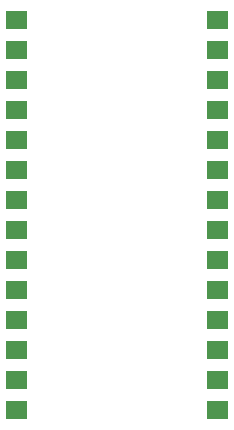
<source format=gbr>
G04 #@! TF.GenerationSoftware,KiCad,Pcbnew,5.1.4-e60b266~84~ubuntu19.04.1*
G04 #@! TF.CreationDate,2019-10-28T00:32:40-04:00*
G04 #@! TF.ProjectId,pcb2molex8878_max,70636232-6d6f-46c6-9578-383837385f6d,rev?*
G04 #@! TF.SameCoordinates,Original*
G04 #@! TF.FileFunction,Copper,L2,Bot*
G04 #@! TF.FilePolarity,Positive*
%FSLAX46Y46*%
G04 Gerber Fmt 4.6, Leading zero omitted, Abs format (unit mm)*
G04 Created by KiCad (PCBNEW 5.1.4-e60b266~84~ubuntu19.04.1) date 2019-10-28 00:32:40*
%MOMM*%
%LPD*%
G04 APERTURE LIST*
%ADD10C,0.050800*%
%ADD11C,1.600000*%
G04 APERTURE END LIST*
D10*
G36*
X156474083Y-81877770D02*
G01*
X156489614Y-81880074D01*
X156504846Y-81883890D01*
X156519629Y-81889179D01*
X156533823Y-81895893D01*
X156547291Y-81903965D01*
X156559903Y-81913318D01*
X156571537Y-81923863D01*
X156582082Y-81935497D01*
X156591435Y-81948109D01*
X156599507Y-81961577D01*
X156606221Y-81975771D01*
X156611510Y-81990554D01*
X156615326Y-82005786D01*
X156617630Y-82021317D01*
X156618400Y-82037000D01*
X156618400Y-83317000D01*
X156617630Y-83332683D01*
X156615326Y-83348214D01*
X156611510Y-83363446D01*
X156606221Y-83378229D01*
X156599507Y-83392423D01*
X156591435Y-83405891D01*
X156582082Y-83418503D01*
X156571537Y-83430137D01*
X156559903Y-83440682D01*
X156547291Y-83450035D01*
X156533823Y-83458107D01*
X156519629Y-83464821D01*
X156504846Y-83470110D01*
X156489614Y-83473926D01*
X156474083Y-83476230D01*
X156458400Y-83477000D01*
X154978400Y-83477000D01*
X154962717Y-83476230D01*
X154947186Y-83473926D01*
X154931954Y-83470110D01*
X154917171Y-83464821D01*
X154902977Y-83458107D01*
X154889509Y-83450035D01*
X154876897Y-83440682D01*
X154865263Y-83430137D01*
X154854718Y-83418503D01*
X154845365Y-83405891D01*
X154837293Y-83392423D01*
X154830579Y-83378229D01*
X154825290Y-83363446D01*
X154821474Y-83348214D01*
X154819170Y-83332683D01*
X154818400Y-83317000D01*
X154818400Y-82037000D01*
X154819170Y-82021317D01*
X154821474Y-82005786D01*
X154825290Y-81990554D01*
X154830579Y-81975771D01*
X154837293Y-81961577D01*
X154845365Y-81948109D01*
X154854718Y-81935497D01*
X154865263Y-81923863D01*
X154876897Y-81913318D01*
X154889509Y-81903965D01*
X154902977Y-81895893D01*
X154917171Y-81889179D01*
X154931954Y-81883890D01*
X154947186Y-81880074D01*
X154962717Y-81877770D01*
X154978400Y-81877000D01*
X156458400Y-81877000D01*
X156474083Y-81877770D01*
X156474083Y-81877770D01*
G37*
D11*
X155718400Y-82677000D03*
D10*
G36*
X139474083Y-114897770D02*
G01*
X139489614Y-114900074D01*
X139504846Y-114903890D01*
X139519629Y-114909179D01*
X139533823Y-114915893D01*
X139547291Y-114923965D01*
X139559903Y-114933318D01*
X139571537Y-114943863D01*
X139582082Y-114955497D01*
X139591435Y-114968109D01*
X139599507Y-114981577D01*
X139606221Y-114995771D01*
X139611510Y-115010554D01*
X139615326Y-115025786D01*
X139617630Y-115041317D01*
X139618400Y-115057000D01*
X139618400Y-116337000D01*
X139617630Y-116352683D01*
X139615326Y-116368214D01*
X139611510Y-116383446D01*
X139606221Y-116398229D01*
X139599507Y-116412423D01*
X139591435Y-116425891D01*
X139582082Y-116438503D01*
X139571537Y-116450137D01*
X139559903Y-116460682D01*
X139547291Y-116470035D01*
X139533823Y-116478107D01*
X139519629Y-116484821D01*
X139504846Y-116490110D01*
X139489614Y-116493926D01*
X139474083Y-116496230D01*
X139458400Y-116497000D01*
X137978400Y-116497000D01*
X137962717Y-116496230D01*
X137947186Y-116493926D01*
X137931954Y-116490110D01*
X137917171Y-116484821D01*
X137902977Y-116478107D01*
X137889509Y-116470035D01*
X137876897Y-116460682D01*
X137865263Y-116450137D01*
X137854718Y-116438503D01*
X137845365Y-116425891D01*
X137837293Y-116412423D01*
X137830579Y-116398229D01*
X137825290Y-116383446D01*
X137821474Y-116368214D01*
X137819170Y-116352683D01*
X137818400Y-116337000D01*
X137818400Y-115057000D01*
X137819170Y-115041317D01*
X137821474Y-115025786D01*
X137825290Y-115010554D01*
X137830579Y-114995771D01*
X137837293Y-114981577D01*
X137845365Y-114968109D01*
X137854718Y-114955497D01*
X137865263Y-114943863D01*
X137876897Y-114933318D01*
X137889509Y-114923965D01*
X137902977Y-114915893D01*
X137917171Y-114909179D01*
X137931954Y-114903890D01*
X137947186Y-114900074D01*
X137962717Y-114897770D01*
X137978400Y-114897000D01*
X139458400Y-114897000D01*
X139474083Y-114897770D01*
X139474083Y-114897770D01*
G37*
D11*
X138718400Y-115697000D03*
D10*
G36*
X156474083Y-84417770D02*
G01*
X156489614Y-84420074D01*
X156504846Y-84423890D01*
X156519629Y-84429179D01*
X156533823Y-84435893D01*
X156547291Y-84443965D01*
X156559903Y-84453318D01*
X156571537Y-84463863D01*
X156582082Y-84475497D01*
X156591435Y-84488109D01*
X156599507Y-84501577D01*
X156606221Y-84515771D01*
X156611510Y-84530554D01*
X156615326Y-84545786D01*
X156617630Y-84561317D01*
X156618400Y-84577000D01*
X156618400Y-85857000D01*
X156617630Y-85872683D01*
X156615326Y-85888214D01*
X156611510Y-85903446D01*
X156606221Y-85918229D01*
X156599507Y-85932423D01*
X156591435Y-85945891D01*
X156582082Y-85958503D01*
X156571537Y-85970137D01*
X156559903Y-85980682D01*
X156547291Y-85990035D01*
X156533823Y-85998107D01*
X156519629Y-86004821D01*
X156504846Y-86010110D01*
X156489614Y-86013926D01*
X156474083Y-86016230D01*
X156458400Y-86017000D01*
X154978400Y-86017000D01*
X154962717Y-86016230D01*
X154947186Y-86013926D01*
X154931954Y-86010110D01*
X154917171Y-86004821D01*
X154902977Y-85998107D01*
X154889509Y-85990035D01*
X154876897Y-85980682D01*
X154865263Y-85970137D01*
X154854718Y-85958503D01*
X154845365Y-85945891D01*
X154837293Y-85932423D01*
X154830579Y-85918229D01*
X154825290Y-85903446D01*
X154821474Y-85888214D01*
X154819170Y-85872683D01*
X154818400Y-85857000D01*
X154818400Y-84577000D01*
X154819170Y-84561317D01*
X154821474Y-84545786D01*
X154825290Y-84530554D01*
X154830579Y-84515771D01*
X154837293Y-84501577D01*
X154845365Y-84488109D01*
X154854718Y-84475497D01*
X154865263Y-84463863D01*
X154876897Y-84453318D01*
X154889509Y-84443965D01*
X154902977Y-84435893D01*
X154917171Y-84429179D01*
X154931954Y-84423890D01*
X154947186Y-84420074D01*
X154962717Y-84417770D01*
X154978400Y-84417000D01*
X156458400Y-84417000D01*
X156474083Y-84417770D01*
X156474083Y-84417770D01*
G37*
D11*
X155718400Y-85217000D03*
D10*
G36*
X139474083Y-112357770D02*
G01*
X139489614Y-112360074D01*
X139504846Y-112363890D01*
X139519629Y-112369179D01*
X139533823Y-112375893D01*
X139547291Y-112383965D01*
X139559903Y-112393318D01*
X139571537Y-112403863D01*
X139582082Y-112415497D01*
X139591435Y-112428109D01*
X139599507Y-112441577D01*
X139606221Y-112455771D01*
X139611510Y-112470554D01*
X139615326Y-112485786D01*
X139617630Y-112501317D01*
X139618400Y-112517000D01*
X139618400Y-113797000D01*
X139617630Y-113812683D01*
X139615326Y-113828214D01*
X139611510Y-113843446D01*
X139606221Y-113858229D01*
X139599507Y-113872423D01*
X139591435Y-113885891D01*
X139582082Y-113898503D01*
X139571537Y-113910137D01*
X139559903Y-113920682D01*
X139547291Y-113930035D01*
X139533823Y-113938107D01*
X139519629Y-113944821D01*
X139504846Y-113950110D01*
X139489614Y-113953926D01*
X139474083Y-113956230D01*
X139458400Y-113957000D01*
X137978400Y-113957000D01*
X137962717Y-113956230D01*
X137947186Y-113953926D01*
X137931954Y-113950110D01*
X137917171Y-113944821D01*
X137902977Y-113938107D01*
X137889509Y-113930035D01*
X137876897Y-113920682D01*
X137865263Y-113910137D01*
X137854718Y-113898503D01*
X137845365Y-113885891D01*
X137837293Y-113872423D01*
X137830579Y-113858229D01*
X137825290Y-113843446D01*
X137821474Y-113828214D01*
X137819170Y-113812683D01*
X137818400Y-113797000D01*
X137818400Y-112517000D01*
X137819170Y-112501317D01*
X137821474Y-112485786D01*
X137825290Y-112470554D01*
X137830579Y-112455771D01*
X137837293Y-112441577D01*
X137845365Y-112428109D01*
X137854718Y-112415497D01*
X137865263Y-112403863D01*
X137876897Y-112393318D01*
X137889509Y-112383965D01*
X137902977Y-112375893D01*
X137917171Y-112369179D01*
X137931954Y-112363890D01*
X137947186Y-112360074D01*
X137962717Y-112357770D01*
X137978400Y-112357000D01*
X139458400Y-112357000D01*
X139474083Y-112357770D01*
X139474083Y-112357770D01*
G37*
D11*
X138718400Y-113157000D03*
D10*
G36*
X156474083Y-86957770D02*
G01*
X156489614Y-86960074D01*
X156504846Y-86963890D01*
X156519629Y-86969179D01*
X156533823Y-86975893D01*
X156547291Y-86983965D01*
X156559903Y-86993318D01*
X156571537Y-87003863D01*
X156582082Y-87015497D01*
X156591435Y-87028109D01*
X156599507Y-87041577D01*
X156606221Y-87055771D01*
X156611510Y-87070554D01*
X156615326Y-87085786D01*
X156617630Y-87101317D01*
X156618400Y-87117000D01*
X156618400Y-88397000D01*
X156617630Y-88412683D01*
X156615326Y-88428214D01*
X156611510Y-88443446D01*
X156606221Y-88458229D01*
X156599507Y-88472423D01*
X156591435Y-88485891D01*
X156582082Y-88498503D01*
X156571537Y-88510137D01*
X156559903Y-88520682D01*
X156547291Y-88530035D01*
X156533823Y-88538107D01*
X156519629Y-88544821D01*
X156504846Y-88550110D01*
X156489614Y-88553926D01*
X156474083Y-88556230D01*
X156458400Y-88557000D01*
X154978400Y-88557000D01*
X154962717Y-88556230D01*
X154947186Y-88553926D01*
X154931954Y-88550110D01*
X154917171Y-88544821D01*
X154902977Y-88538107D01*
X154889509Y-88530035D01*
X154876897Y-88520682D01*
X154865263Y-88510137D01*
X154854718Y-88498503D01*
X154845365Y-88485891D01*
X154837293Y-88472423D01*
X154830579Y-88458229D01*
X154825290Y-88443446D01*
X154821474Y-88428214D01*
X154819170Y-88412683D01*
X154818400Y-88397000D01*
X154818400Y-87117000D01*
X154819170Y-87101317D01*
X154821474Y-87085786D01*
X154825290Y-87070554D01*
X154830579Y-87055771D01*
X154837293Y-87041577D01*
X154845365Y-87028109D01*
X154854718Y-87015497D01*
X154865263Y-87003863D01*
X154876897Y-86993318D01*
X154889509Y-86983965D01*
X154902977Y-86975893D01*
X154917171Y-86969179D01*
X154931954Y-86963890D01*
X154947186Y-86960074D01*
X154962717Y-86957770D01*
X154978400Y-86957000D01*
X156458400Y-86957000D01*
X156474083Y-86957770D01*
X156474083Y-86957770D01*
G37*
D11*
X155718400Y-87757000D03*
D10*
G36*
X139474083Y-109817770D02*
G01*
X139489614Y-109820074D01*
X139504846Y-109823890D01*
X139519629Y-109829179D01*
X139533823Y-109835893D01*
X139547291Y-109843965D01*
X139559903Y-109853318D01*
X139571537Y-109863863D01*
X139582082Y-109875497D01*
X139591435Y-109888109D01*
X139599507Y-109901577D01*
X139606221Y-109915771D01*
X139611510Y-109930554D01*
X139615326Y-109945786D01*
X139617630Y-109961317D01*
X139618400Y-109977000D01*
X139618400Y-111257000D01*
X139617630Y-111272683D01*
X139615326Y-111288214D01*
X139611510Y-111303446D01*
X139606221Y-111318229D01*
X139599507Y-111332423D01*
X139591435Y-111345891D01*
X139582082Y-111358503D01*
X139571537Y-111370137D01*
X139559903Y-111380682D01*
X139547291Y-111390035D01*
X139533823Y-111398107D01*
X139519629Y-111404821D01*
X139504846Y-111410110D01*
X139489614Y-111413926D01*
X139474083Y-111416230D01*
X139458400Y-111417000D01*
X137978400Y-111417000D01*
X137962717Y-111416230D01*
X137947186Y-111413926D01*
X137931954Y-111410110D01*
X137917171Y-111404821D01*
X137902977Y-111398107D01*
X137889509Y-111390035D01*
X137876897Y-111380682D01*
X137865263Y-111370137D01*
X137854718Y-111358503D01*
X137845365Y-111345891D01*
X137837293Y-111332423D01*
X137830579Y-111318229D01*
X137825290Y-111303446D01*
X137821474Y-111288214D01*
X137819170Y-111272683D01*
X137818400Y-111257000D01*
X137818400Y-109977000D01*
X137819170Y-109961317D01*
X137821474Y-109945786D01*
X137825290Y-109930554D01*
X137830579Y-109915771D01*
X137837293Y-109901577D01*
X137845365Y-109888109D01*
X137854718Y-109875497D01*
X137865263Y-109863863D01*
X137876897Y-109853318D01*
X137889509Y-109843965D01*
X137902977Y-109835893D01*
X137917171Y-109829179D01*
X137931954Y-109823890D01*
X137947186Y-109820074D01*
X137962717Y-109817770D01*
X137978400Y-109817000D01*
X139458400Y-109817000D01*
X139474083Y-109817770D01*
X139474083Y-109817770D01*
G37*
D11*
X138718400Y-110617000D03*
D10*
G36*
X156474083Y-89497770D02*
G01*
X156489614Y-89500074D01*
X156504846Y-89503890D01*
X156519629Y-89509179D01*
X156533823Y-89515893D01*
X156547291Y-89523965D01*
X156559903Y-89533318D01*
X156571537Y-89543863D01*
X156582082Y-89555497D01*
X156591435Y-89568109D01*
X156599507Y-89581577D01*
X156606221Y-89595771D01*
X156611510Y-89610554D01*
X156615326Y-89625786D01*
X156617630Y-89641317D01*
X156618400Y-89657000D01*
X156618400Y-90937000D01*
X156617630Y-90952683D01*
X156615326Y-90968214D01*
X156611510Y-90983446D01*
X156606221Y-90998229D01*
X156599507Y-91012423D01*
X156591435Y-91025891D01*
X156582082Y-91038503D01*
X156571537Y-91050137D01*
X156559903Y-91060682D01*
X156547291Y-91070035D01*
X156533823Y-91078107D01*
X156519629Y-91084821D01*
X156504846Y-91090110D01*
X156489614Y-91093926D01*
X156474083Y-91096230D01*
X156458400Y-91097000D01*
X154978400Y-91097000D01*
X154962717Y-91096230D01*
X154947186Y-91093926D01*
X154931954Y-91090110D01*
X154917171Y-91084821D01*
X154902977Y-91078107D01*
X154889509Y-91070035D01*
X154876897Y-91060682D01*
X154865263Y-91050137D01*
X154854718Y-91038503D01*
X154845365Y-91025891D01*
X154837293Y-91012423D01*
X154830579Y-90998229D01*
X154825290Y-90983446D01*
X154821474Y-90968214D01*
X154819170Y-90952683D01*
X154818400Y-90937000D01*
X154818400Y-89657000D01*
X154819170Y-89641317D01*
X154821474Y-89625786D01*
X154825290Y-89610554D01*
X154830579Y-89595771D01*
X154837293Y-89581577D01*
X154845365Y-89568109D01*
X154854718Y-89555497D01*
X154865263Y-89543863D01*
X154876897Y-89533318D01*
X154889509Y-89523965D01*
X154902977Y-89515893D01*
X154917171Y-89509179D01*
X154931954Y-89503890D01*
X154947186Y-89500074D01*
X154962717Y-89497770D01*
X154978400Y-89497000D01*
X156458400Y-89497000D01*
X156474083Y-89497770D01*
X156474083Y-89497770D01*
G37*
D11*
X155718400Y-90297000D03*
D10*
G36*
X139474083Y-107277770D02*
G01*
X139489614Y-107280074D01*
X139504846Y-107283890D01*
X139519629Y-107289179D01*
X139533823Y-107295893D01*
X139547291Y-107303965D01*
X139559903Y-107313318D01*
X139571537Y-107323863D01*
X139582082Y-107335497D01*
X139591435Y-107348109D01*
X139599507Y-107361577D01*
X139606221Y-107375771D01*
X139611510Y-107390554D01*
X139615326Y-107405786D01*
X139617630Y-107421317D01*
X139618400Y-107437000D01*
X139618400Y-108717000D01*
X139617630Y-108732683D01*
X139615326Y-108748214D01*
X139611510Y-108763446D01*
X139606221Y-108778229D01*
X139599507Y-108792423D01*
X139591435Y-108805891D01*
X139582082Y-108818503D01*
X139571537Y-108830137D01*
X139559903Y-108840682D01*
X139547291Y-108850035D01*
X139533823Y-108858107D01*
X139519629Y-108864821D01*
X139504846Y-108870110D01*
X139489614Y-108873926D01*
X139474083Y-108876230D01*
X139458400Y-108877000D01*
X137978400Y-108877000D01*
X137962717Y-108876230D01*
X137947186Y-108873926D01*
X137931954Y-108870110D01*
X137917171Y-108864821D01*
X137902977Y-108858107D01*
X137889509Y-108850035D01*
X137876897Y-108840682D01*
X137865263Y-108830137D01*
X137854718Y-108818503D01*
X137845365Y-108805891D01*
X137837293Y-108792423D01*
X137830579Y-108778229D01*
X137825290Y-108763446D01*
X137821474Y-108748214D01*
X137819170Y-108732683D01*
X137818400Y-108717000D01*
X137818400Y-107437000D01*
X137819170Y-107421317D01*
X137821474Y-107405786D01*
X137825290Y-107390554D01*
X137830579Y-107375771D01*
X137837293Y-107361577D01*
X137845365Y-107348109D01*
X137854718Y-107335497D01*
X137865263Y-107323863D01*
X137876897Y-107313318D01*
X137889509Y-107303965D01*
X137902977Y-107295893D01*
X137917171Y-107289179D01*
X137931954Y-107283890D01*
X137947186Y-107280074D01*
X137962717Y-107277770D01*
X137978400Y-107277000D01*
X139458400Y-107277000D01*
X139474083Y-107277770D01*
X139474083Y-107277770D01*
G37*
D11*
X138718400Y-108077000D03*
D10*
G36*
X156474083Y-92037770D02*
G01*
X156489614Y-92040074D01*
X156504846Y-92043890D01*
X156519629Y-92049179D01*
X156533823Y-92055893D01*
X156547291Y-92063965D01*
X156559903Y-92073318D01*
X156571537Y-92083863D01*
X156582082Y-92095497D01*
X156591435Y-92108109D01*
X156599507Y-92121577D01*
X156606221Y-92135771D01*
X156611510Y-92150554D01*
X156615326Y-92165786D01*
X156617630Y-92181317D01*
X156618400Y-92197000D01*
X156618400Y-93477000D01*
X156617630Y-93492683D01*
X156615326Y-93508214D01*
X156611510Y-93523446D01*
X156606221Y-93538229D01*
X156599507Y-93552423D01*
X156591435Y-93565891D01*
X156582082Y-93578503D01*
X156571537Y-93590137D01*
X156559903Y-93600682D01*
X156547291Y-93610035D01*
X156533823Y-93618107D01*
X156519629Y-93624821D01*
X156504846Y-93630110D01*
X156489614Y-93633926D01*
X156474083Y-93636230D01*
X156458400Y-93637000D01*
X154978400Y-93637000D01*
X154962717Y-93636230D01*
X154947186Y-93633926D01*
X154931954Y-93630110D01*
X154917171Y-93624821D01*
X154902977Y-93618107D01*
X154889509Y-93610035D01*
X154876897Y-93600682D01*
X154865263Y-93590137D01*
X154854718Y-93578503D01*
X154845365Y-93565891D01*
X154837293Y-93552423D01*
X154830579Y-93538229D01*
X154825290Y-93523446D01*
X154821474Y-93508214D01*
X154819170Y-93492683D01*
X154818400Y-93477000D01*
X154818400Y-92197000D01*
X154819170Y-92181317D01*
X154821474Y-92165786D01*
X154825290Y-92150554D01*
X154830579Y-92135771D01*
X154837293Y-92121577D01*
X154845365Y-92108109D01*
X154854718Y-92095497D01*
X154865263Y-92083863D01*
X154876897Y-92073318D01*
X154889509Y-92063965D01*
X154902977Y-92055893D01*
X154917171Y-92049179D01*
X154931954Y-92043890D01*
X154947186Y-92040074D01*
X154962717Y-92037770D01*
X154978400Y-92037000D01*
X156458400Y-92037000D01*
X156474083Y-92037770D01*
X156474083Y-92037770D01*
G37*
D11*
X155718400Y-92837000D03*
D10*
G36*
X139474083Y-104737770D02*
G01*
X139489614Y-104740074D01*
X139504846Y-104743890D01*
X139519629Y-104749179D01*
X139533823Y-104755893D01*
X139547291Y-104763965D01*
X139559903Y-104773318D01*
X139571537Y-104783863D01*
X139582082Y-104795497D01*
X139591435Y-104808109D01*
X139599507Y-104821577D01*
X139606221Y-104835771D01*
X139611510Y-104850554D01*
X139615326Y-104865786D01*
X139617630Y-104881317D01*
X139618400Y-104897000D01*
X139618400Y-106177000D01*
X139617630Y-106192683D01*
X139615326Y-106208214D01*
X139611510Y-106223446D01*
X139606221Y-106238229D01*
X139599507Y-106252423D01*
X139591435Y-106265891D01*
X139582082Y-106278503D01*
X139571537Y-106290137D01*
X139559903Y-106300682D01*
X139547291Y-106310035D01*
X139533823Y-106318107D01*
X139519629Y-106324821D01*
X139504846Y-106330110D01*
X139489614Y-106333926D01*
X139474083Y-106336230D01*
X139458400Y-106337000D01*
X137978400Y-106337000D01*
X137962717Y-106336230D01*
X137947186Y-106333926D01*
X137931954Y-106330110D01*
X137917171Y-106324821D01*
X137902977Y-106318107D01*
X137889509Y-106310035D01*
X137876897Y-106300682D01*
X137865263Y-106290137D01*
X137854718Y-106278503D01*
X137845365Y-106265891D01*
X137837293Y-106252423D01*
X137830579Y-106238229D01*
X137825290Y-106223446D01*
X137821474Y-106208214D01*
X137819170Y-106192683D01*
X137818400Y-106177000D01*
X137818400Y-104897000D01*
X137819170Y-104881317D01*
X137821474Y-104865786D01*
X137825290Y-104850554D01*
X137830579Y-104835771D01*
X137837293Y-104821577D01*
X137845365Y-104808109D01*
X137854718Y-104795497D01*
X137865263Y-104783863D01*
X137876897Y-104773318D01*
X137889509Y-104763965D01*
X137902977Y-104755893D01*
X137917171Y-104749179D01*
X137931954Y-104743890D01*
X137947186Y-104740074D01*
X137962717Y-104737770D01*
X137978400Y-104737000D01*
X139458400Y-104737000D01*
X139474083Y-104737770D01*
X139474083Y-104737770D01*
G37*
D11*
X138718400Y-105537000D03*
D10*
G36*
X156474083Y-94577770D02*
G01*
X156489614Y-94580074D01*
X156504846Y-94583890D01*
X156519629Y-94589179D01*
X156533823Y-94595893D01*
X156547291Y-94603965D01*
X156559903Y-94613318D01*
X156571537Y-94623863D01*
X156582082Y-94635497D01*
X156591435Y-94648109D01*
X156599507Y-94661577D01*
X156606221Y-94675771D01*
X156611510Y-94690554D01*
X156615326Y-94705786D01*
X156617630Y-94721317D01*
X156618400Y-94737000D01*
X156618400Y-96017000D01*
X156617630Y-96032683D01*
X156615326Y-96048214D01*
X156611510Y-96063446D01*
X156606221Y-96078229D01*
X156599507Y-96092423D01*
X156591435Y-96105891D01*
X156582082Y-96118503D01*
X156571537Y-96130137D01*
X156559903Y-96140682D01*
X156547291Y-96150035D01*
X156533823Y-96158107D01*
X156519629Y-96164821D01*
X156504846Y-96170110D01*
X156489614Y-96173926D01*
X156474083Y-96176230D01*
X156458400Y-96177000D01*
X154978400Y-96177000D01*
X154962717Y-96176230D01*
X154947186Y-96173926D01*
X154931954Y-96170110D01*
X154917171Y-96164821D01*
X154902977Y-96158107D01*
X154889509Y-96150035D01*
X154876897Y-96140682D01*
X154865263Y-96130137D01*
X154854718Y-96118503D01*
X154845365Y-96105891D01*
X154837293Y-96092423D01*
X154830579Y-96078229D01*
X154825290Y-96063446D01*
X154821474Y-96048214D01*
X154819170Y-96032683D01*
X154818400Y-96017000D01*
X154818400Y-94737000D01*
X154819170Y-94721317D01*
X154821474Y-94705786D01*
X154825290Y-94690554D01*
X154830579Y-94675771D01*
X154837293Y-94661577D01*
X154845365Y-94648109D01*
X154854718Y-94635497D01*
X154865263Y-94623863D01*
X154876897Y-94613318D01*
X154889509Y-94603965D01*
X154902977Y-94595893D01*
X154917171Y-94589179D01*
X154931954Y-94583890D01*
X154947186Y-94580074D01*
X154962717Y-94577770D01*
X154978400Y-94577000D01*
X156458400Y-94577000D01*
X156474083Y-94577770D01*
X156474083Y-94577770D01*
G37*
D11*
X155718400Y-95377000D03*
D10*
G36*
X139474083Y-102197770D02*
G01*
X139489614Y-102200074D01*
X139504846Y-102203890D01*
X139519629Y-102209179D01*
X139533823Y-102215893D01*
X139547291Y-102223965D01*
X139559903Y-102233318D01*
X139571537Y-102243863D01*
X139582082Y-102255497D01*
X139591435Y-102268109D01*
X139599507Y-102281577D01*
X139606221Y-102295771D01*
X139611510Y-102310554D01*
X139615326Y-102325786D01*
X139617630Y-102341317D01*
X139618400Y-102357000D01*
X139618400Y-103637000D01*
X139617630Y-103652683D01*
X139615326Y-103668214D01*
X139611510Y-103683446D01*
X139606221Y-103698229D01*
X139599507Y-103712423D01*
X139591435Y-103725891D01*
X139582082Y-103738503D01*
X139571537Y-103750137D01*
X139559903Y-103760682D01*
X139547291Y-103770035D01*
X139533823Y-103778107D01*
X139519629Y-103784821D01*
X139504846Y-103790110D01*
X139489614Y-103793926D01*
X139474083Y-103796230D01*
X139458400Y-103797000D01*
X137978400Y-103797000D01*
X137962717Y-103796230D01*
X137947186Y-103793926D01*
X137931954Y-103790110D01*
X137917171Y-103784821D01*
X137902977Y-103778107D01*
X137889509Y-103770035D01*
X137876897Y-103760682D01*
X137865263Y-103750137D01*
X137854718Y-103738503D01*
X137845365Y-103725891D01*
X137837293Y-103712423D01*
X137830579Y-103698229D01*
X137825290Y-103683446D01*
X137821474Y-103668214D01*
X137819170Y-103652683D01*
X137818400Y-103637000D01*
X137818400Y-102357000D01*
X137819170Y-102341317D01*
X137821474Y-102325786D01*
X137825290Y-102310554D01*
X137830579Y-102295771D01*
X137837293Y-102281577D01*
X137845365Y-102268109D01*
X137854718Y-102255497D01*
X137865263Y-102243863D01*
X137876897Y-102233318D01*
X137889509Y-102223965D01*
X137902977Y-102215893D01*
X137917171Y-102209179D01*
X137931954Y-102203890D01*
X137947186Y-102200074D01*
X137962717Y-102197770D01*
X137978400Y-102197000D01*
X139458400Y-102197000D01*
X139474083Y-102197770D01*
X139474083Y-102197770D01*
G37*
D11*
X138718400Y-102997000D03*
D10*
G36*
X156474083Y-97117770D02*
G01*
X156489614Y-97120074D01*
X156504846Y-97123890D01*
X156519629Y-97129179D01*
X156533823Y-97135893D01*
X156547291Y-97143965D01*
X156559903Y-97153318D01*
X156571537Y-97163863D01*
X156582082Y-97175497D01*
X156591435Y-97188109D01*
X156599507Y-97201577D01*
X156606221Y-97215771D01*
X156611510Y-97230554D01*
X156615326Y-97245786D01*
X156617630Y-97261317D01*
X156618400Y-97277000D01*
X156618400Y-98557000D01*
X156617630Y-98572683D01*
X156615326Y-98588214D01*
X156611510Y-98603446D01*
X156606221Y-98618229D01*
X156599507Y-98632423D01*
X156591435Y-98645891D01*
X156582082Y-98658503D01*
X156571537Y-98670137D01*
X156559903Y-98680682D01*
X156547291Y-98690035D01*
X156533823Y-98698107D01*
X156519629Y-98704821D01*
X156504846Y-98710110D01*
X156489614Y-98713926D01*
X156474083Y-98716230D01*
X156458400Y-98717000D01*
X154978400Y-98717000D01*
X154962717Y-98716230D01*
X154947186Y-98713926D01*
X154931954Y-98710110D01*
X154917171Y-98704821D01*
X154902977Y-98698107D01*
X154889509Y-98690035D01*
X154876897Y-98680682D01*
X154865263Y-98670137D01*
X154854718Y-98658503D01*
X154845365Y-98645891D01*
X154837293Y-98632423D01*
X154830579Y-98618229D01*
X154825290Y-98603446D01*
X154821474Y-98588214D01*
X154819170Y-98572683D01*
X154818400Y-98557000D01*
X154818400Y-97277000D01*
X154819170Y-97261317D01*
X154821474Y-97245786D01*
X154825290Y-97230554D01*
X154830579Y-97215771D01*
X154837293Y-97201577D01*
X154845365Y-97188109D01*
X154854718Y-97175497D01*
X154865263Y-97163863D01*
X154876897Y-97153318D01*
X154889509Y-97143965D01*
X154902977Y-97135893D01*
X154917171Y-97129179D01*
X154931954Y-97123890D01*
X154947186Y-97120074D01*
X154962717Y-97117770D01*
X154978400Y-97117000D01*
X156458400Y-97117000D01*
X156474083Y-97117770D01*
X156474083Y-97117770D01*
G37*
D11*
X155718400Y-97917000D03*
D10*
G36*
X139474083Y-99657770D02*
G01*
X139489614Y-99660074D01*
X139504846Y-99663890D01*
X139519629Y-99669179D01*
X139533823Y-99675893D01*
X139547291Y-99683965D01*
X139559903Y-99693318D01*
X139571537Y-99703863D01*
X139582082Y-99715497D01*
X139591435Y-99728109D01*
X139599507Y-99741577D01*
X139606221Y-99755771D01*
X139611510Y-99770554D01*
X139615326Y-99785786D01*
X139617630Y-99801317D01*
X139618400Y-99817000D01*
X139618400Y-101097000D01*
X139617630Y-101112683D01*
X139615326Y-101128214D01*
X139611510Y-101143446D01*
X139606221Y-101158229D01*
X139599507Y-101172423D01*
X139591435Y-101185891D01*
X139582082Y-101198503D01*
X139571537Y-101210137D01*
X139559903Y-101220682D01*
X139547291Y-101230035D01*
X139533823Y-101238107D01*
X139519629Y-101244821D01*
X139504846Y-101250110D01*
X139489614Y-101253926D01*
X139474083Y-101256230D01*
X139458400Y-101257000D01*
X137978400Y-101257000D01*
X137962717Y-101256230D01*
X137947186Y-101253926D01*
X137931954Y-101250110D01*
X137917171Y-101244821D01*
X137902977Y-101238107D01*
X137889509Y-101230035D01*
X137876897Y-101220682D01*
X137865263Y-101210137D01*
X137854718Y-101198503D01*
X137845365Y-101185891D01*
X137837293Y-101172423D01*
X137830579Y-101158229D01*
X137825290Y-101143446D01*
X137821474Y-101128214D01*
X137819170Y-101112683D01*
X137818400Y-101097000D01*
X137818400Y-99817000D01*
X137819170Y-99801317D01*
X137821474Y-99785786D01*
X137825290Y-99770554D01*
X137830579Y-99755771D01*
X137837293Y-99741577D01*
X137845365Y-99728109D01*
X137854718Y-99715497D01*
X137865263Y-99703863D01*
X137876897Y-99693318D01*
X137889509Y-99683965D01*
X137902977Y-99675893D01*
X137917171Y-99669179D01*
X137931954Y-99663890D01*
X137947186Y-99660074D01*
X137962717Y-99657770D01*
X137978400Y-99657000D01*
X139458400Y-99657000D01*
X139474083Y-99657770D01*
X139474083Y-99657770D01*
G37*
D11*
X138718400Y-100457000D03*
D10*
G36*
X156474083Y-99657770D02*
G01*
X156489614Y-99660074D01*
X156504846Y-99663890D01*
X156519629Y-99669179D01*
X156533823Y-99675893D01*
X156547291Y-99683965D01*
X156559903Y-99693318D01*
X156571537Y-99703863D01*
X156582082Y-99715497D01*
X156591435Y-99728109D01*
X156599507Y-99741577D01*
X156606221Y-99755771D01*
X156611510Y-99770554D01*
X156615326Y-99785786D01*
X156617630Y-99801317D01*
X156618400Y-99817000D01*
X156618400Y-101097000D01*
X156617630Y-101112683D01*
X156615326Y-101128214D01*
X156611510Y-101143446D01*
X156606221Y-101158229D01*
X156599507Y-101172423D01*
X156591435Y-101185891D01*
X156582082Y-101198503D01*
X156571537Y-101210137D01*
X156559903Y-101220682D01*
X156547291Y-101230035D01*
X156533823Y-101238107D01*
X156519629Y-101244821D01*
X156504846Y-101250110D01*
X156489614Y-101253926D01*
X156474083Y-101256230D01*
X156458400Y-101257000D01*
X154978400Y-101257000D01*
X154962717Y-101256230D01*
X154947186Y-101253926D01*
X154931954Y-101250110D01*
X154917171Y-101244821D01*
X154902977Y-101238107D01*
X154889509Y-101230035D01*
X154876897Y-101220682D01*
X154865263Y-101210137D01*
X154854718Y-101198503D01*
X154845365Y-101185891D01*
X154837293Y-101172423D01*
X154830579Y-101158229D01*
X154825290Y-101143446D01*
X154821474Y-101128214D01*
X154819170Y-101112683D01*
X154818400Y-101097000D01*
X154818400Y-99817000D01*
X154819170Y-99801317D01*
X154821474Y-99785786D01*
X154825290Y-99770554D01*
X154830579Y-99755771D01*
X154837293Y-99741577D01*
X154845365Y-99728109D01*
X154854718Y-99715497D01*
X154865263Y-99703863D01*
X154876897Y-99693318D01*
X154889509Y-99683965D01*
X154902977Y-99675893D01*
X154917171Y-99669179D01*
X154931954Y-99663890D01*
X154947186Y-99660074D01*
X154962717Y-99657770D01*
X154978400Y-99657000D01*
X156458400Y-99657000D01*
X156474083Y-99657770D01*
X156474083Y-99657770D01*
G37*
D11*
X155718400Y-100457000D03*
D10*
G36*
X139474083Y-97117770D02*
G01*
X139489614Y-97120074D01*
X139504846Y-97123890D01*
X139519629Y-97129179D01*
X139533823Y-97135893D01*
X139547291Y-97143965D01*
X139559903Y-97153318D01*
X139571537Y-97163863D01*
X139582082Y-97175497D01*
X139591435Y-97188109D01*
X139599507Y-97201577D01*
X139606221Y-97215771D01*
X139611510Y-97230554D01*
X139615326Y-97245786D01*
X139617630Y-97261317D01*
X139618400Y-97277000D01*
X139618400Y-98557000D01*
X139617630Y-98572683D01*
X139615326Y-98588214D01*
X139611510Y-98603446D01*
X139606221Y-98618229D01*
X139599507Y-98632423D01*
X139591435Y-98645891D01*
X139582082Y-98658503D01*
X139571537Y-98670137D01*
X139559903Y-98680682D01*
X139547291Y-98690035D01*
X139533823Y-98698107D01*
X139519629Y-98704821D01*
X139504846Y-98710110D01*
X139489614Y-98713926D01*
X139474083Y-98716230D01*
X139458400Y-98717000D01*
X137978400Y-98717000D01*
X137962717Y-98716230D01*
X137947186Y-98713926D01*
X137931954Y-98710110D01*
X137917171Y-98704821D01*
X137902977Y-98698107D01*
X137889509Y-98690035D01*
X137876897Y-98680682D01*
X137865263Y-98670137D01*
X137854718Y-98658503D01*
X137845365Y-98645891D01*
X137837293Y-98632423D01*
X137830579Y-98618229D01*
X137825290Y-98603446D01*
X137821474Y-98588214D01*
X137819170Y-98572683D01*
X137818400Y-98557000D01*
X137818400Y-97277000D01*
X137819170Y-97261317D01*
X137821474Y-97245786D01*
X137825290Y-97230554D01*
X137830579Y-97215771D01*
X137837293Y-97201577D01*
X137845365Y-97188109D01*
X137854718Y-97175497D01*
X137865263Y-97163863D01*
X137876897Y-97153318D01*
X137889509Y-97143965D01*
X137902977Y-97135893D01*
X137917171Y-97129179D01*
X137931954Y-97123890D01*
X137947186Y-97120074D01*
X137962717Y-97117770D01*
X137978400Y-97117000D01*
X139458400Y-97117000D01*
X139474083Y-97117770D01*
X139474083Y-97117770D01*
G37*
D11*
X138718400Y-97917000D03*
D10*
G36*
X156474083Y-102197770D02*
G01*
X156489614Y-102200074D01*
X156504846Y-102203890D01*
X156519629Y-102209179D01*
X156533823Y-102215893D01*
X156547291Y-102223965D01*
X156559903Y-102233318D01*
X156571537Y-102243863D01*
X156582082Y-102255497D01*
X156591435Y-102268109D01*
X156599507Y-102281577D01*
X156606221Y-102295771D01*
X156611510Y-102310554D01*
X156615326Y-102325786D01*
X156617630Y-102341317D01*
X156618400Y-102357000D01*
X156618400Y-103637000D01*
X156617630Y-103652683D01*
X156615326Y-103668214D01*
X156611510Y-103683446D01*
X156606221Y-103698229D01*
X156599507Y-103712423D01*
X156591435Y-103725891D01*
X156582082Y-103738503D01*
X156571537Y-103750137D01*
X156559903Y-103760682D01*
X156547291Y-103770035D01*
X156533823Y-103778107D01*
X156519629Y-103784821D01*
X156504846Y-103790110D01*
X156489614Y-103793926D01*
X156474083Y-103796230D01*
X156458400Y-103797000D01*
X154978400Y-103797000D01*
X154962717Y-103796230D01*
X154947186Y-103793926D01*
X154931954Y-103790110D01*
X154917171Y-103784821D01*
X154902977Y-103778107D01*
X154889509Y-103770035D01*
X154876897Y-103760682D01*
X154865263Y-103750137D01*
X154854718Y-103738503D01*
X154845365Y-103725891D01*
X154837293Y-103712423D01*
X154830579Y-103698229D01*
X154825290Y-103683446D01*
X154821474Y-103668214D01*
X154819170Y-103652683D01*
X154818400Y-103637000D01*
X154818400Y-102357000D01*
X154819170Y-102341317D01*
X154821474Y-102325786D01*
X154825290Y-102310554D01*
X154830579Y-102295771D01*
X154837293Y-102281577D01*
X154845365Y-102268109D01*
X154854718Y-102255497D01*
X154865263Y-102243863D01*
X154876897Y-102233318D01*
X154889509Y-102223965D01*
X154902977Y-102215893D01*
X154917171Y-102209179D01*
X154931954Y-102203890D01*
X154947186Y-102200074D01*
X154962717Y-102197770D01*
X154978400Y-102197000D01*
X156458400Y-102197000D01*
X156474083Y-102197770D01*
X156474083Y-102197770D01*
G37*
D11*
X155718400Y-102997000D03*
D10*
G36*
X139474083Y-94577770D02*
G01*
X139489614Y-94580074D01*
X139504846Y-94583890D01*
X139519629Y-94589179D01*
X139533823Y-94595893D01*
X139547291Y-94603965D01*
X139559903Y-94613318D01*
X139571537Y-94623863D01*
X139582082Y-94635497D01*
X139591435Y-94648109D01*
X139599507Y-94661577D01*
X139606221Y-94675771D01*
X139611510Y-94690554D01*
X139615326Y-94705786D01*
X139617630Y-94721317D01*
X139618400Y-94737000D01*
X139618400Y-96017000D01*
X139617630Y-96032683D01*
X139615326Y-96048214D01*
X139611510Y-96063446D01*
X139606221Y-96078229D01*
X139599507Y-96092423D01*
X139591435Y-96105891D01*
X139582082Y-96118503D01*
X139571537Y-96130137D01*
X139559903Y-96140682D01*
X139547291Y-96150035D01*
X139533823Y-96158107D01*
X139519629Y-96164821D01*
X139504846Y-96170110D01*
X139489614Y-96173926D01*
X139474083Y-96176230D01*
X139458400Y-96177000D01*
X137978400Y-96177000D01*
X137962717Y-96176230D01*
X137947186Y-96173926D01*
X137931954Y-96170110D01*
X137917171Y-96164821D01*
X137902977Y-96158107D01*
X137889509Y-96150035D01*
X137876897Y-96140682D01*
X137865263Y-96130137D01*
X137854718Y-96118503D01*
X137845365Y-96105891D01*
X137837293Y-96092423D01*
X137830579Y-96078229D01*
X137825290Y-96063446D01*
X137821474Y-96048214D01*
X137819170Y-96032683D01*
X137818400Y-96017000D01*
X137818400Y-94737000D01*
X137819170Y-94721317D01*
X137821474Y-94705786D01*
X137825290Y-94690554D01*
X137830579Y-94675771D01*
X137837293Y-94661577D01*
X137845365Y-94648109D01*
X137854718Y-94635497D01*
X137865263Y-94623863D01*
X137876897Y-94613318D01*
X137889509Y-94603965D01*
X137902977Y-94595893D01*
X137917171Y-94589179D01*
X137931954Y-94583890D01*
X137947186Y-94580074D01*
X137962717Y-94577770D01*
X137978400Y-94577000D01*
X139458400Y-94577000D01*
X139474083Y-94577770D01*
X139474083Y-94577770D01*
G37*
D11*
X138718400Y-95377000D03*
D10*
G36*
X156474083Y-104737770D02*
G01*
X156489614Y-104740074D01*
X156504846Y-104743890D01*
X156519629Y-104749179D01*
X156533823Y-104755893D01*
X156547291Y-104763965D01*
X156559903Y-104773318D01*
X156571537Y-104783863D01*
X156582082Y-104795497D01*
X156591435Y-104808109D01*
X156599507Y-104821577D01*
X156606221Y-104835771D01*
X156611510Y-104850554D01*
X156615326Y-104865786D01*
X156617630Y-104881317D01*
X156618400Y-104897000D01*
X156618400Y-106177000D01*
X156617630Y-106192683D01*
X156615326Y-106208214D01*
X156611510Y-106223446D01*
X156606221Y-106238229D01*
X156599507Y-106252423D01*
X156591435Y-106265891D01*
X156582082Y-106278503D01*
X156571537Y-106290137D01*
X156559903Y-106300682D01*
X156547291Y-106310035D01*
X156533823Y-106318107D01*
X156519629Y-106324821D01*
X156504846Y-106330110D01*
X156489614Y-106333926D01*
X156474083Y-106336230D01*
X156458400Y-106337000D01*
X154978400Y-106337000D01*
X154962717Y-106336230D01*
X154947186Y-106333926D01*
X154931954Y-106330110D01*
X154917171Y-106324821D01*
X154902977Y-106318107D01*
X154889509Y-106310035D01*
X154876897Y-106300682D01*
X154865263Y-106290137D01*
X154854718Y-106278503D01*
X154845365Y-106265891D01*
X154837293Y-106252423D01*
X154830579Y-106238229D01*
X154825290Y-106223446D01*
X154821474Y-106208214D01*
X154819170Y-106192683D01*
X154818400Y-106177000D01*
X154818400Y-104897000D01*
X154819170Y-104881317D01*
X154821474Y-104865786D01*
X154825290Y-104850554D01*
X154830579Y-104835771D01*
X154837293Y-104821577D01*
X154845365Y-104808109D01*
X154854718Y-104795497D01*
X154865263Y-104783863D01*
X154876897Y-104773318D01*
X154889509Y-104763965D01*
X154902977Y-104755893D01*
X154917171Y-104749179D01*
X154931954Y-104743890D01*
X154947186Y-104740074D01*
X154962717Y-104737770D01*
X154978400Y-104737000D01*
X156458400Y-104737000D01*
X156474083Y-104737770D01*
X156474083Y-104737770D01*
G37*
D11*
X155718400Y-105537000D03*
D10*
G36*
X139474083Y-92037770D02*
G01*
X139489614Y-92040074D01*
X139504846Y-92043890D01*
X139519629Y-92049179D01*
X139533823Y-92055893D01*
X139547291Y-92063965D01*
X139559903Y-92073318D01*
X139571537Y-92083863D01*
X139582082Y-92095497D01*
X139591435Y-92108109D01*
X139599507Y-92121577D01*
X139606221Y-92135771D01*
X139611510Y-92150554D01*
X139615326Y-92165786D01*
X139617630Y-92181317D01*
X139618400Y-92197000D01*
X139618400Y-93477000D01*
X139617630Y-93492683D01*
X139615326Y-93508214D01*
X139611510Y-93523446D01*
X139606221Y-93538229D01*
X139599507Y-93552423D01*
X139591435Y-93565891D01*
X139582082Y-93578503D01*
X139571537Y-93590137D01*
X139559903Y-93600682D01*
X139547291Y-93610035D01*
X139533823Y-93618107D01*
X139519629Y-93624821D01*
X139504846Y-93630110D01*
X139489614Y-93633926D01*
X139474083Y-93636230D01*
X139458400Y-93637000D01*
X137978400Y-93637000D01*
X137962717Y-93636230D01*
X137947186Y-93633926D01*
X137931954Y-93630110D01*
X137917171Y-93624821D01*
X137902977Y-93618107D01*
X137889509Y-93610035D01*
X137876897Y-93600682D01*
X137865263Y-93590137D01*
X137854718Y-93578503D01*
X137845365Y-93565891D01*
X137837293Y-93552423D01*
X137830579Y-93538229D01*
X137825290Y-93523446D01*
X137821474Y-93508214D01*
X137819170Y-93492683D01*
X137818400Y-93477000D01*
X137818400Y-92197000D01*
X137819170Y-92181317D01*
X137821474Y-92165786D01*
X137825290Y-92150554D01*
X137830579Y-92135771D01*
X137837293Y-92121577D01*
X137845365Y-92108109D01*
X137854718Y-92095497D01*
X137865263Y-92083863D01*
X137876897Y-92073318D01*
X137889509Y-92063965D01*
X137902977Y-92055893D01*
X137917171Y-92049179D01*
X137931954Y-92043890D01*
X137947186Y-92040074D01*
X137962717Y-92037770D01*
X137978400Y-92037000D01*
X139458400Y-92037000D01*
X139474083Y-92037770D01*
X139474083Y-92037770D01*
G37*
D11*
X138718400Y-92837000D03*
D10*
G36*
X156474083Y-107277770D02*
G01*
X156489614Y-107280074D01*
X156504846Y-107283890D01*
X156519629Y-107289179D01*
X156533823Y-107295893D01*
X156547291Y-107303965D01*
X156559903Y-107313318D01*
X156571537Y-107323863D01*
X156582082Y-107335497D01*
X156591435Y-107348109D01*
X156599507Y-107361577D01*
X156606221Y-107375771D01*
X156611510Y-107390554D01*
X156615326Y-107405786D01*
X156617630Y-107421317D01*
X156618400Y-107437000D01*
X156618400Y-108717000D01*
X156617630Y-108732683D01*
X156615326Y-108748214D01*
X156611510Y-108763446D01*
X156606221Y-108778229D01*
X156599507Y-108792423D01*
X156591435Y-108805891D01*
X156582082Y-108818503D01*
X156571537Y-108830137D01*
X156559903Y-108840682D01*
X156547291Y-108850035D01*
X156533823Y-108858107D01*
X156519629Y-108864821D01*
X156504846Y-108870110D01*
X156489614Y-108873926D01*
X156474083Y-108876230D01*
X156458400Y-108877000D01*
X154978400Y-108877000D01*
X154962717Y-108876230D01*
X154947186Y-108873926D01*
X154931954Y-108870110D01*
X154917171Y-108864821D01*
X154902977Y-108858107D01*
X154889509Y-108850035D01*
X154876897Y-108840682D01*
X154865263Y-108830137D01*
X154854718Y-108818503D01*
X154845365Y-108805891D01*
X154837293Y-108792423D01*
X154830579Y-108778229D01*
X154825290Y-108763446D01*
X154821474Y-108748214D01*
X154819170Y-108732683D01*
X154818400Y-108717000D01*
X154818400Y-107437000D01*
X154819170Y-107421317D01*
X154821474Y-107405786D01*
X154825290Y-107390554D01*
X154830579Y-107375771D01*
X154837293Y-107361577D01*
X154845365Y-107348109D01*
X154854718Y-107335497D01*
X154865263Y-107323863D01*
X154876897Y-107313318D01*
X154889509Y-107303965D01*
X154902977Y-107295893D01*
X154917171Y-107289179D01*
X154931954Y-107283890D01*
X154947186Y-107280074D01*
X154962717Y-107277770D01*
X154978400Y-107277000D01*
X156458400Y-107277000D01*
X156474083Y-107277770D01*
X156474083Y-107277770D01*
G37*
D11*
X155718400Y-108077000D03*
D10*
G36*
X139474083Y-89497770D02*
G01*
X139489614Y-89500074D01*
X139504846Y-89503890D01*
X139519629Y-89509179D01*
X139533823Y-89515893D01*
X139547291Y-89523965D01*
X139559903Y-89533318D01*
X139571537Y-89543863D01*
X139582082Y-89555497D01*
X139591435Y-89568109D01*
X139599507Y-89581577D01*
X139606221Y-89595771D01*
X139611510Y-89610554D01*
X139615326Y-89625786D01*
X139617630Y-89641317D01*
X139618400Y-89657000D01*
X139618400Y-90937000D01*
X139617630Y-90952683D01*
X139615326Y-90968214D01*
X139611510Y-90983446D01*
X139606221Y-90998229D01*
X139599507Y-91012423D01*
X139591435Y-91025891D01*
X139582082Y-91038503D01*
X139571537Y-91050137D01*
X139559903Y-91060682D01*
X139547291Y-91070035D01*
X139533823Y-91078107D01*
X139519629Y-91084821D01*
X139504846Y-91090110D01*
X139489614Y-91093926D01*
X139474083Y-91096230D01*
X139458400Y-91097000D01*
X137978400Y-91097000D01*
X137962717Y-91096230D01*
X137947186Y-91093926D01*
X137931954Y-91090110D01*
X137917171Y-91084821D01*
X137902977Y-91078107D01*
X137889509Y-91070035D01*
X137876897Y-91060682D01*
X137865263Y-91050137D01*
X137854718Y-91038503D01*
X137845365Y-91025891D01*
X137837293Y-91012423D01*
X137830579Y-90998229D01*
X137825290Y-90983446D01*
X137821474Y-90968214D01*
X137819170Y-90952683D01*
X137818400Y-90937000D01*
X137818400Y-89657000D01*
X137819170Y-89641317D01*
X137821474Y-89625786D01*
X137825290Y-89610554D01*
X137830579Y-89595771D01*
X137837293Y-89581577D01*
X137845365Y-89568109D01*
X137854718Y-89555497D01*
X137865263Y-89543863D01*
X137876897Y-89533318D01*
X137889509Y-89523965D01*
X137902977Y-89515893D01*
X137917171Y-89509179D01*
X137931954Y-89503890D01*
X137947186Y-89500074D01*
X137962717Y-89497770D01*
X137978400Y-89497000D01*
X139458400Y-89497000D01*
X139474083Y-89497770D01*
X139474083Y-89497770D01*
G37*
D11*
X138718400Y-90297000D03*
D10*
G36*
X156474083Y-109817770D02*
G01*
X156489614Y-109820074D01*
X156504846Y-109823890D01*
X156519629Y-109829179D01*
X156533823Y-109835893D01*
X156547291Y-109843965D01*
X156559903Y-109853318D01*
X156571537Y-109863863D01*
X156582082Y-109875497D01*
X156591435Y-109888109D01*
X156599507Y-109901577D01*
X156606221Y-109915771D01*
X156611510Y-109930554D01*
X156615326Y-109945786D01*
X156617630Y-109961317D01*
X156618400Y-109977000D01*
X156618400Y-111257000D01*
X156617630Y-111272683D01*
X156615326Y-111288214D01*
X156611510Y-111303446D01*
X156606221Y-111318229D01*
X156599507Y-111332423D01*
X156591435Y-111345891D01*
X156582082Y-111358503D01*
X156571537Y-111370137D01*
X156559903Y-111380682D01*
X156547291Y-111390035D01*
X156533823Y-111398107D01*
X156519629Y-111404821D01*
X156504846Y-111410110D01*
X156489614Y-111413926D01*
X156474083Y-111416230D01*
X156458400Y-111417000D01*
X154978400Y-111417000D01*
X154962717Y-111416230D01*
X154947186Y-111413926D01*
X154931954Y-111410110D01*
X154917171Y-111404821D01*
X154902977Y-111398107D01*
X154889509Y-111390035D01*
X154876897Y-111380682D01*
X154865263Y-111370137D01*
X154854718Y-111358503D01*
X154845365Y-111345891D01*
X154837293Y-111332423D01*
X154830579Y-111318229D01*
X154825290Y-111303446D01*
X154821474Y-111288214D01*
X154819170Y-111272683D01*
X154818400Y-111257000D01*
X154818400Y-109977000D01*
X154819170Y-109961317D01*
X154821474Y-109945786D01*
X154825290Y-109930554D01*
X154830579Y-109915771D01*
X154837293Y-109901577D01*
X154845365Y-109888109D01*
X154854718Y-109875497D01*
X154865263Y-109863863D01*
X154876897Y-109853318D01*
X154889509Y-109843965D01*
X154902977Y-109835893D01*
X154917171Y-109829179D01*
X154931954Y-109823890D01*
X154947186Y-109820074D01*
X154962717Y-109817770D01*
X154978400Y-109817000D01*
X156458400Y-109817000D01*
X156474083Y-109817770D01*
X156474083Y-109817770D01*
G37*
D11*
X155718400Y-110617000D03*
D10*
G36*
X139474083Y-86957770D02*
G01*
X139489614Y-86960074D01*
X139504846Y-86963890D01*
X139519629Y-86969179D01*
X139533823Y-86975893D01*
X139547291Y-86983965D01*
X139559903Y-86993318D01*
X139571537Y-87003863D01*
X139582082Y-87015497D01*
X139591435Y-87028109D01*
X139599507Y-87041577D01*
X139606221Y-87055771D01*
X139611510Y-87070554D01*
X139615326Y-87085786D01*
X139617630Y-87101317D01*
X139618400Y-87117000D01*
X139618400Y-88397000D01*
X139617630Y-88412683D01*
X139615326Y-88428214D01*
X139611510Y-88443446D01*
X139606221Y-88458229D01*
X139599507Y-88472423D01*
X139591435Y-88485891D01*
X139582082Y-88498503D01*
X139571537Y-88510137D01*
X139559903Y-88520682D01*
X139547291Y-88530035D01*
X139533823Y-88538107D01*
X139519629Y-88544821D01*
X139504846Y-88550110D01*
X139489614Y-88553926D01*
X139474083Y-88556230D01*
X139458400Y-88557000D01*
X137978400Y-88557000D01*
X137962717Y-88556230D01*
X137947186Y-88553926D01*
X137931954Y-88550110D01*
X137917171Y-88544821D01*
X137902977Y-88538107D01*
X137889509Y-88530035D01*
X137876897Y-88520682D01*
X137865263Y-88510137D01*
X137854718Y-88498503D01*
X137845365Y-88485891D01*
X137837293Y-88472423D01*
X137830579Y-88458229D01*
X137825290Y-88443446D01*
X137821474Y-88428214D01*
X137819170Y-88412683D01*
X137818400Y-88397000D01*
X137818400Y-87117000D01*
X137819170Y-87101317D01*
X137821474Y-87085786D01*
X137825290Y-87070554D01*
X137830579Y-87055771D01*
X137837293Y-87041577D01*
X137845365Y-87028109D01*
X137854718Y-87015497D01*
X137865263Y-87003863D01*
X137876897Y-86993318D01*
X137889509Y-86983965D01*
X137902977Y-86975893D01*
X137917171Y-86969179D01*
X137931954Y-86963890D01*
X137947186Y-86960074D01*
X137962717Y-86957770D01*
X137978400Y-86957000D01*
X139458400Y-86957000D01*
X139474083Y-86957770D01*
X139474083Y-86957770D01*
G37*
D11*
X138718400Y-87757000D03*
D10*
G36*
X156474083Y-112357770D02*
G01*
X156489614Y-112360074D01*
X156504846Y-112363890D01*
X156519629Y-112369179D01*
X156533823Y-112375893D01*
X156547291Y-112383965D01*
X156559903Y-112393318D01*
X156571537Y-112403863D01*
X156582082Y-112415497D01*
X156591435Y-112428109D01*
X156599507Y-112441577D01*
X156606221Y-112455771D01*
X156611510Y-112470554D01*
X156615326Y-112485786D01*
X156617630Y-112501317D01*
X156618400Y-112517000D01*
X156618400Y-113797000D01*
X156617630Y-113812683D01*
X156615326Y-113828214D01*
X156611510Y-113843446D01*
X156606221Y-113858229D01*
X156599507Y-113872423D01*
X156591435Y-113885891D01*
X156582082Y-113898503D01*
X156571537Y-113910137D01*
X156559903Y-113920682D01*
X156547291Y-113930035D01*
X156533823Y-113938107D01*
X156519629Y-113944821D01*
X156504846Y-113950110D01*
X156489614Y-113953926D01*
X156474083Y-113956230D01*
X156458400Y-113957000D01*
X154978400Y-113957000D01*
X154962717Y-113956230D01*
X154947186Y-113953926D01*
X154931954Y-113950110D01*
X154917171Y-113944821D01*
X154902977Y-113938107D01*
X154889509Y-113930035D01*
X154876897Y-113920682D01*
X154865263Y-113910137D01*
X154854718Y-113898503D01*
X154845365Y-113885891D01*
X154837293Y-113872423D01*
X154830579Y-113858229D01*
X154825290Y-113843446D01*
X154821474Y-113828214D01*
X154819170Y-113812683D01*
X154818400Y-113797000D01*
X154818400Y-112517000D01*
X154819170Y-112501317D01*
X154821474Y-112485786D01*
X154825290Y-112470554D01*
X154830579Y-112455771D01*
X154837293Y-112441577D01*
X154845365Y-112428109D01*
X154854718Y-112415497D01*
X154865263Y-112403863D01*
X154876897Y-112393318D01*
X154889509Y-112383965D01*
X154902977Y-112375893D01*
X154917171Y-112369179D01*
X154931954Y-112363890D01*
X154947186Y-112360074D01*
X154962717Y-112357770D01*
X154978400Y-112357000D01*
X156458400Y-112357000D01*
X156474083Y-112357770D01*
X156474083Y-112357770D01*
G37*
D11*
X155718400Y-113157000D03*
D10*
G36*
X139474083Y-84417770D02*
G01*
X139489614Y-84420074D01*
X139504846Y-84423890D01*
X139519629Y-84429179D01*
X139533823Y-84435893D01*
X139547291Y-84443965D01*
X139559903Y-84453318D01*
X139571537Y-84463863D01*
X139582082Y-84475497D01*
X139591435Y-84488109D01*
X139599507Y-84501577D01*
X139606221Y-84515771D01*
X139611510Y-84530554D01*
X139615326Y-84545786D01*
X139617630Y-84561317D01*
X139618400Y-84577000D01*
X139618400Y-85857000D01*
X139617630Y-85872683D01*
X139615326Y-85888214D01*
X139611510Y-85903446D01*
X139606221Y-85918229D01*
X139599507Y-85932423D01*
X139591435Y-85945891D01*
X139582082Y-85958503D01*
X139571537Y-85970137D01*
X139559903Y-85980682D01*
X139547291Y-85990035D01*
X139533823Y-85998107D01*
X139519629Y-86004821D01*
X139504846Y-86010110D01*
X139489614Y-86013926D01*
X139474083Y-86016230D01*
X139458400Y-86017000D01*
X137978400Y-86017000D01*
X137962717Y-86016230D01*
X137947186Y-86013926D01*
X137931954Y-86010110D01*
X137917171Y-86004821D01*
X137902977Y-85998107D01*
X137889509Y-85990035D01*
X137876897Y-85980682D01*
X137865263Y-85970137D01*
X137854718Y-85958503D01*
X137845365Y-85945891D01*
X137837293Y-85932423D01*
X137830579Y-85918229D01*
X137825290Y-85903446D01*
X137821474Y-85888214D01*
X137819170Y-85872683D01*
X137818400Y-85857000D01*
X137818400Y-84577000D01*
X137819170Y-84561317D01*
X137821474Y-84545786D01*
X137825290Y-84530554D01*
X137830579Y-84515771D01*
X137837293Y-84501577D01*
X137845365Y-84488109D01*
X137854718Y-84475497D01*
X137865263Y-84463863D01*
X137876897Y-84453318D01*
X137889509Y-84443965D01*
X137902977Y-84435893D01*
X137917171Y-84429179D01*
X137931954Y-84423890D01*
X137947186Y-84420074D01*
X137962717Y-84417770D01*
X137978400Y-84417000D01*
X139458400Y-84417000D01*
X139474083Y-84417770D01*
X139474083Y-84417770D01*
G37*
D11*
X138718400Y-85217000D03*
D10*
G36*
X156474083Y-114897770D02*
G01*
X156489614Y-114900074D01*
X156504846Y-114903890D01*
X156519629Y-114909179D01*
X156533823Y-114915893D01*
X156547291Y-114923965D01*
X156559903Y-114933318D01*
X156571537Y-114943863D01*
X156582082Y-114955497D01*
X156591435Y-114968109D01*
X156599507Y-114981577D01*
X156606221Y-114995771D01*
X156611510Y-115010554D01*
X156615326Y-115025786D01*
X156617630Y-115041317D01*
X156618400Y-115057000D01*
X156618400Y-116337000D01*
X156617630Y-116352683D01*
X156615326Y-116368214D01*
X156611510Y-116383446D01*
X156606221Y-116398229D01*
X156599507Y-116412423D01*
X156591435Y-116425891D01*
X156582082Y-116438503D01*
X156571537Y-116450137D01*
X156559903Y-116460682D01*
X156547291Y-116470035D01*
X156533823Y-116478107D01*
X156519629Y-116484821D01*
X156504846Y-116490110D01*
X156489614Y-116493926D01*
X156474083Y-116496230D01*
X156458400Y-116497000D01*
X154978400Y-116497000D01*
X154962717Y-116496230D01*
X154947186Y-116493926D01*
X154931954Y-116490110D01*
X154917171Y-116484821D01*
X154902977Y-116478107D01*
X154889509Y-116470035D01*
X154876897Y-116460682D01*
X154865263Y-116450137D01*
X154854718Y-116438503D01*
X154845365Y-116425891D01*
X154837293Y-116412423D01*
X154830579Y-116398229D01*
X154825290Y-116383446D01*
X154821474Y-116368214D01*
X154819170Y-116352683D01*
X154818400Y-116337000D01*
X154818400Y-115057000D01*
X154819170Y-115041317D01*
X154821474Y-115025786D01*
X154825290Y-115010554D01*
X154830579Y-114995771D01*
X154837293Y-114981577D01*
X154845365Y-114968109D01*
X154854718Y-114955497D01*
X154865263Y-114943863D01*
X154876897Y-114933318D01*
X154889509Y-114923965D01*
X154902977Y-114915893D01*
X154917171Y-114909179D01*
X154931954Y-114903890D01*
X154947186Y-114900074D01*
X154962717Y-114897770D01*
X154978400Y-114897000D01*
X156458400Y-114897000D01*
X156474083Y-114897770D01*
X156474083Y-114897770D01*
G37*
D11*
X155718400Y-115697000D03*
D10*
G36*
X139474083Y-81877770D02*
G01*
X139489614Y-81880074D01*
X139504846Y-81883890D01*
X139519629Y-81889179D01*
X139533823Y-81895893D01*
X139547291Y-81903965D01*
X139559903Y-81913318D01*
X139571537Y-81923863D01*
X139582082Y-81935497D01*
X139591435Y-81948109D01*
X139599507Y-81961577D01*
X139606221Y-81975771D01*
X139611510Y-81990554D01*
X139615326Y-82005786D01*
X139617630Y-82021317D01*
X139618400Y-82037000D01*
X139618400Y-83317000D01*
X139617630Y-83332683D01*
X139615326Y-83348214D01*
X139611510Y-83363446D01*
X139606221Y-83378229D01*
X139599507Y-83392423D01*
X139591435Y-83405891D01*
X139582082Y-83418503D01*
X139571537Y-83430137D01*
X139559903Y-83440682D01*
X139547291Y-83450035D01*
X139533823Y-83458107D01*
X139519629Y-83464821D01*
X139504846Y-83470110D01*
X139489614Y-83473926D01*
X139474083Y-83476230D01*
X139458400Y-83477000D01*
X137978400Y-83477000D01*
X137962717Y-83476230D01*
X137947186Y-83473926D01*
X137931954Y-83470110D01*
X137917171Y-83464821D01*
X137902977Y-83458107D01*
X137889509Y-83450035D01*
X137876897Y-83440682D01*
X137865263Y-83430137D01*
X137854718Y-83418503D01*
X137845365Y-83405891D01*
X137837293Y-83392423D01*
X137830579Y-83378229D01*
X137825290Y-83363446D01*
X137821474Y-83348214D01*
X137819170Y-83332683D01*
X137818400Y-83317000D01*
X137818400Y-82037000D01*
X137819170Y-82021317D01*
X137821474Y-82005786D01*
X137825290Y-81990554D01*
X137830579Y-81975771D01*
X137837293Y-81961577D01*
X137845365Y-81948109D01*
X137854718Y-81935497D01*
X137865263Y-81923863D01*
X137876897Y-81913318D01*
X137889509Y-81903965D01*
X137902977Y-81895893D01*
X137917171Y-81889179D01*
X137931954Y-81883890D01*
X137947186Y-81880074D01*
X137962717Y-81877770D01*
X137978400Y-81877000D01*
X139458400Y-81877000D01*
X139474083Y-81877770D01*
X139474083Y-81877770D01*
G37*
D11*
X138718400Y-82677000D03*
M02*

</source>
